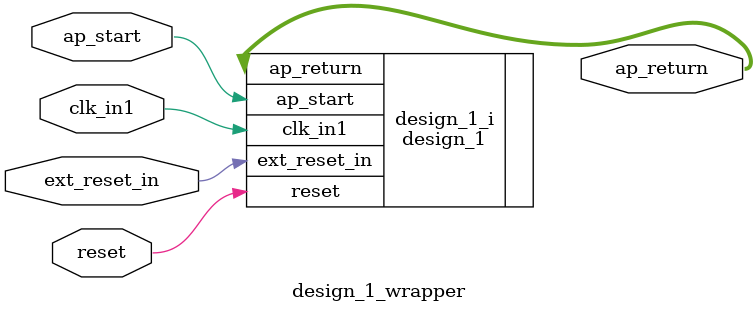
<source format=v>
`timescale 1 ps / 1 ps

module design_1_wrapper
   (ap_return,
    ap_start,
    clk_in1,
    ext_reset_in,
    reset);
  output [31:0]ap_return;
  input ap_start;
  input clk_in1;
  input ext_reset_in;
  input reset;

  wire [31:0]ap_return;
  wire ap_start;
  wire clk_in1;
  wire ext_reset_in;
  wire reset;

  design_1 design_1_i
       (.ap_return(ap_return),
        .ap_start(ap_start),
        .clk_in1(clk_in1),
        .ext_reset_in(ext_reset_in),
        .reset(reset));
endmodule

</source>
